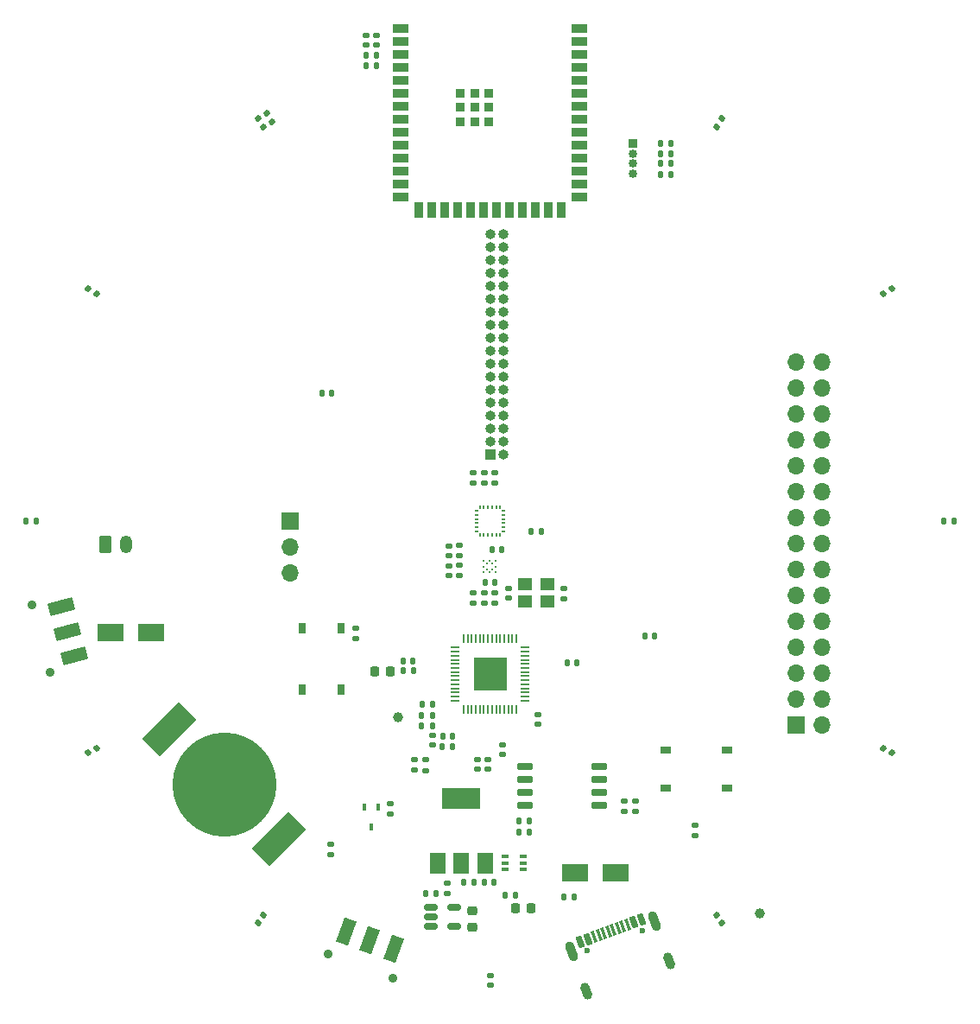
<source format=gbr>
%TF.GenerationSoftware,KiCad,Pcbnew,(6.0.8)*%
%TF.CreationDate,2022-10-25T22:06:49+02:00*%
%TF.ProjectId,Badge_v1,42616467-655f-4763-912e-6b696361645f,rev?*%
%TF.SameCoordinates,Original*%
%TF.FileFunction,Soldermask,Top*%
%TF.FilePolarity,Negative*%
%FSLAX46Y46*%
G04 Gerber Fmt 4.6, Leading zero omitted, Abs format (unit mm)*
G04 Created by KiCad (PCBNEW (6.0.8)) date 2022-10-25 22:06:49*
%MOMM*%
%LPD*%
G01*
G04 APERTURE LIST*
G04 Aperture macros list*
%AMRoundRect*
0 Rectangle with rounded corners*
0 $1 Rounding radius*
0 $2 $3 $4 $5 $6 $7 $8 $9 X,Y pos of 4 corners*
0 Add a 4 corners polygon primitive as box body*
4,1,4,$2,$3,$4,$5,$6,$7,$8,$9,$2,$3,0*
0 Add four circle primitives for the rounded corners*
1,1,$1+$1,$2,$3*
1,1,$1+$1,$4,$5*
1,1,$1+$1,$6,$7*
1,1,$1+$1,$8,$9*
0 Add four rect primitives between the rounded corners*
20,1,$1+$1,$2,$3,$4,$5,0*
20,1,$1+$1,$4,$5,$6,$7,0*
20,1,$1+$1,$6,$7,$8,$9,0*
20,1,$1+$1,$8,$9,$2,$3,0*%
%AMHorizOval*
0 Thick line with rounded ends*
0 $1 width*
0 $2 $3 position (X,Y) of the first rounded end (center of the circle)*
0 $4 $5 position (X,Y) of the second rounded end (center of the circle)*
0 Add line between two ends*
20,1,$1,$2,$3,$4,$5,0*
0 Add two circle primitives to create the rounded ends*
1,1,$1,$2,$3*
1,1,$1,$4,$5*%
%AMRotRect*
0 Rectangle, with rotation*
0 The origin of the aperture is its center*
0 $1 length*
0 $2 width*
0 $3 Rotation angle, in degrees counterclockwise*
0 Add horizontal line*
21,1,$1,$2,0,0,$3*%
%AMFreePoly0*
4,1,6,0.175000,0.019000,0.175000,-0.100000,-0.175000,-0.100000,-0.175000,0.100000,0.094000,0.100000,0.175000,0.019000,0.175000,0.019000,$1*%
%AMFreePoly1*
4,1,6,0.175000,-0.019000,0.094000,-0.100000,-0.175000,-0.100000,-0.175000,0.100000,0.175000,0.100000,0.175000,-0.019000,0.175000,-0.019000,$1*%
%AMFreePoly2*
4,1,6,0.100000,-0.175000,-0.100000,-0.175000,-0.100000,0.094000,-0.019000,0.175000,0.100000,0.175000,0.100000,-0.175000,0.100000,-0.175000,$1*%
%AMFreePoly3*
4,1,6,0.100000,0.094000,0.100000,-0.175000,-0.100000,-0.175000,-0.100000,0.175000,0.019000,0.175000,0.100000,0.094000,0.100000,0.094000,$1*%
%AMFreePoly4*
4,1,6,0.175000,-0.100000,-0.094000,-0.100000,-0.175000,-0.019000,-0.175000,0.100000,0.175000,0.100000,0.175000,-0.100000,0.175000,-0.100000,$1*%
%AMFreePoly5*
4,1,6,0.175000,-0.100000,-0.175000,-0.100000,-0.175000,0.019000,-0.094000,0.100000,0.175000,0.100000,0.175000,-0.100000,0.175000,-0.100000,$1*%
%AMFreePoly6*
4,1,6,0.100000,-0.094000,0.019000,-0.175000,-0.100000,-0.175000,-0.100000,0.175000,0.100000,0.175000,0.100000,-0.094000,0.100000,-0.094000,$1*%
%AMFreePoly7*
4,1,6,0.100000,-0.175000,-0.019000,-0.175000,-0.100000,-0.094000,-0.100000,0.175000,0.100000,0.175000,0.100000,-0.175000,0.100000,-0.175000,$1*%
G04 Aperture macros list end*
%ADD10RoundRect,0.140000X-0.140000X-0.170000X0.140000X-0.170000X0.140000X0.170000X-0.140000X0.170000X0*%
%ADD11C,0.600000*%
%ADD12RotRect,0.600000X1.160000X20.000000*%
%ADD13RotRect,0.300000X1.160000X200.000000*%
%ADD14HorizOval,0.900000X-0.188111X0.516831X0.188111X-0.516831X0*%
%ADD15HorizOval,0.900000X-0.136808X0.375877X0.136808X-0.375877X0*%
%ADD16RoundRect,0.135000X0.135000X0.185000X-0.135000X0.185000X-0.135000X-0.185000X0.135000X-0.185000X0*%
%ADD17RoundRect,0.135000X0.185000X-0.135000X0.185000X0.135000X-0.185000X0.135000X-0.185000X-0.135000X0*%
%ADD18R,1.700000X1.700000*%
%ADD19O,1.700000X1.700000*%
%ADD20RoundRect,0.140000X0.206244X0.077224X-0.036244X0.217224X-0.206244X-0.077224X0.036244X-0.217224X0*%
%ADD21RoundRect,0.140000X-0.170000X0.140000X-0.170000X-0.140000X0.170000X-0.140000X0.170000X0.140000X0*%
%ADD22RoundRect,0.140000X0.140000X0.170000X-0.140000X0.170000X-0.140000X-0.170000X0.140000X-0.170000X0*%
%ADD23RoundRect,0.140000X-0.217224X0.036244X-0.077224X-0.206244X0.217224X-0.036244X0.077224X0.206244X0*%
%ADD24RoundRect,0.050000X0.387500X0.050000X-0.387500X0.050000X-0.387500X-0.050000X0.387500X-0.050000X0*%
%ADD25RoundRect,0.050000X0.050000X0.387500X-0.050000X0.387500X-0.050000X-0.387500X0.050000X-0.387500X0*%
%ADD26R,3.200000X3.200000*%
%ADD27FreePoly0,0.000000*%
%ADD28R,0.350000X0.200000*%
%ADD29FreePoly1,0.000000*%
%ADD30FreePoly2,0.000000*%
%ADD31R,0.200000X0.350000*%
%ADD32FreePoly3,0.000000*%
%ADD33FreePoly4,0.000000*%
%ADD34FreePoly5,0.000000*%
%ADD35FreePoly6,0.000000*%
%ADD36FreePoly7,0.000000*%
%ADD37RoundRect,0.135000X-0.185000X0.135000X-0.185000X-0.135000X0.185000X-0.135000X0.185000X0.135000X0*%
%ADD38RoundRect,0.135000X-0.135000X-0.185000X0.135000X-0.185000X0.135000X0.185000X-0.135000X0.185000X0*%
%ADD39RoundRect,0.218750X-0.218750X-0.256250X0.218750X-0.256250X0.218750X0.256250X-0.218750X0.256250X0*%
%ADD40RotRect,2.500000X5.100000X315.000000*%
%ADD41C,10.200000*%
%ADD42C,0.212500*%
%ADD43RoundRect,0.218750X0.218750X0.256250X-0.218750X0.256250X-0.218750X-0.256250X0.218750X-0.256250X0*%
%ADD44RoundRect,0.140000X-0.036244X-0.217224X0.206244X-0.077224X0.036244X0.217224X-0.206244X0.077224X0*%
%ADD45RoundRect,0.140000X-0.206244X-0.077224X0.036244X-0.217224X0.206244X0.077224X-0.036244X0.217224X0*%
%ADD46R,0.750000X1.000000*%
%ADD47RoundRect,0.140000X0.036244X0.217224X-0.206244X0.077224X-0.036244X-0.217224X0.206244X-0.077224X0*%
%ADD48RoundRect,0.250000X-0.350000X-0.625000X0.350000X-0.625000X0.350000X0.625000X-0.350000X0.625000X0*%
%ADD49O,1.200000X1.750000*%
%ADD50RoundRect,0.140000X0.170000X-0.140000X0.170000X0.140000X-0.170000X0.140000X-0.170000X-0.140000X0*%
%ADD51R,1.000000X1.000000*%
%ADD52O,1.000000X1.000000*%
%ADD53R,1.400000X1.200000*%
%ADD54C,1.000000*%
%ADD55R,1.500000X0.900000*%
%ADD56R,0.900000X1.500000*%
%ADD57R,0.900000X0.900000*%
%ADD58R,2.500000X1.800000*%
%ADD59RoundRect,0.150000X-0.512500X-0.150000X0.512500X-0.150000X0.512500X0.150000X-0.512500X0.150000X0*%
%ADD60R,0.850000X0.850000*%
%ADD61O,0.850000X0.850000*%
%ADD62RoundRect,0.140000X0.077224X-0.206244X0.217224X0.036244X-0.077224X0.206244X-0.217224X-0.036244X0*%
%ADD63RoundRect,0.140000X0.217224X-0.036244X0.077224X0.206244X-0.217224X0.036244X-0.077224X-0.206244X0*%
%ADD64R,1.500000X2.000000*%
%ADD65R,3.800000X2.000000*%
%ADD66R,0.660400X0.406400*%
%ADD67RoundRect,0.140000X-0.077224X0.206244X-0.217224X-0.036244X0.077224X-0.206244X0.217224X0.036244X0*%
%ADD68RoundRect,0.150000X0.650000X0.150000X-0.650000X0.150000X-0.650000X-0.150000X0.650000X-0.150000X0*%
%ADD69RoundRect,0.218750X-0.256250X0.218750X-0.256250X-0.218750X0.256250X-0.218750X0.256250X0.218750X0*%
%ADD70C,0.900000*%
%ADD71RotRect,1.250000X2.500000X340.000000*%
%ADD72R,1.000000X0.750000*%
%ADD73RotRect,1.250000X2.500000X285.000000*%
%ADD74R,0.450000X0.700000*%
G04 APERTURE END LIST*
D10*
%TO.C,C16*%
X93380000Y-117990000D03*
X94340000Y-117990000D03*
%TD*%
%TO.C,C26*%
X99530000Y-106040000D03*
X100490000Y-106040000D03*
%TD*%
D11*
%TO.C,P1*%
X114939782Y-140136776D03*
X109508359Y-142113653D03*
D12*
X108854513Y-141223605D03*
X109606267Y-140949989D03*
D13*
X110686914Y-140556666D03*
X111626606Y-140214646D03*
X112096453Y-140043635D03*
X113036145Y-139701615D03*
D12*
X114116792Y-139308292D03*
X114868546Y-139034676D03*
X114868546Y-139034676D03*
X114116792Y-139308292D03*
D13*
X113505992Y-139530605D03*
X112566299Y-139872625D03*
X111156760Y-140385656D03*
X110217067Y-140727676D03*
D12*
X109606267Y-140949989D03*
X108854513Y-141223605D03*
D14*
X108000429Y-142151689D03*
X116119373Y-139196635D03*
D15*
X109426653Y-146070207D03*
X117545597Y-143115153D03*
%TD*%
D10*
%TO.C,C22*%
X100190000Y-102780000D03*
X101150000Y-102780000D03*
%TD*%
D16*
%TO.C,R20*%
X94330000Y-120050000D03*
X93310000Y-120050000D03*
%TD*%
D17*
%TO.C,R17*%
X93730000Y-124440000D03*
X93730000Y-123420000D03*
%TD*%
D18*
%TO.C,J3*%
X80435000Y-100000000D03*
D19*
X80435000Y-102540000D03*
X80435000Y-105080000D03*
%TD*%
D20*
%TO.C,C38*%
X139415692Y-122740000D03*
X138584308Y-122260000D03*
%TD*%
D21*
%TO.C,C10*%
X94330000Y-121020000D03*
X94330000Y-121980000D03*
%TD*%
D22*
%TO.C,C39*%
X145480000Y-100000000D03*
X144520000Y-100000000D03*
%TD*%
D16*
%TO.C,R6*%
X92480000Y-114690000D03*
X91460000Y-114690000D03*
%TD*%
D23*
%TO.C,C30*%
X78150000Y-60074308D03*
X78630000Y-60905692D03*
%TD*%
D24*
%TO.C,U4*%
X103437500Y-117600000D03*
X103437500Y-117200000D03*
X103437500Y-116800000D03*
X103437500Y-116400000D03*
X103437500Y-116000000D03*
X103437500Y-115600000D03*
X103437500Y-115200000D03*
X103437500Y-114800000D03*
X103437500Y-114400000D03*
X103437500Y-114000000D03*
X103437500Y-113600000D03*
X103437500Y-113200000D03*
X103437500Y-112800000D03*
X103437500Y-112400000D03*
D25*
X102600000Y-111562500D03*
X102200000Y-111562500D03*
X101800000Y-111562500D03*
X101400000Y-111562500D03*
X101000000Y-111562500D03*
X100600000Y-111562500D03*
X100200000Y-111562500D03*
X99800000Y-111562500D03*
X99400000Y-111562500D03*
X99000000Y-111562500D03*
X98600000Y-111562500D03*
X98200000Y-111562500D03*
X97800000Y-111562500D03*
X97400000Y-111562500D03*
D24*
X96562500Y-112400000D03*
X96562500Y-112800000D03*
X96562500Y-113200000D03*
X96562500Y-113600000D03*
X96562500Y-114000000D03*
X96562500Y-114400000D03*
X96562500Y-114800000D03*
X96562500Y-115200000D03*
X96562500Y-115600000D03*
X96562500Y-116000000D03*
X96562500Y-116400000D03*
X96562500Y-116800000D03*
X96562500Y-117200000D03*
X96562500Y-117600000D03*
D25*
X97400000Y-118437500D03*
X97800000Y-118437500D03*
X98200000Y-118437500D03*
X98600000Y-118437500D03*
X99000000Y-118437500D03*
X99400000Y-118437500D03*
X99800000Y-118437500D03*
X100200000Y-118437500D03*
X100600000Y-118437500D03*
X101000000Y-118437500D03*
X101400000Y-118437500D03*
X101800000Y-118437500D03*
X102200000Y-118437500D03*
X102600000Y-118437500D03*
D26*
X100000000Y-115000000D03*
%TD*%
D10*
%TO.C,C33*%
X54520000Y-100000000D03*
X55480000Y-100000000D03*
%TD*%
D27*
%TO.C,U5*%
X98665000Y-99000000D03*
D28*
X98665000Y-99400000D03*
X98665000Y-99800000D03*
X98665000Y-100200000D03*
X98665000Y-100600000D03*
D29*
X98665000Y-101000000D03*
D30*
X99000000Y-101335000D03*
D31*
X99400000Y-101335000D03*
X99800000Y-101335000D03*
X100200000Y-101335000D03*
X100600000Y-101335000D03*
D32*
X101000000Y-101335000D03*
D33*
X101335000Y-101000000D03*
D28*
X101335000Y-100600000D03*
X101335000Y-100200000D03*
X101335000Y-99800000D03*
X101335000Y-99400000D03*
D34*
X101335000Y-99000000D03*
D35*
X101000000Y-98665000D03*
D31*
X100600000Y-98665000D03*
X100200000Y-98665000D03*
X99800000Y-98665000D03*
X99400000Y-98665000D03*
D36*
X99000000Y-98665000D03*
%TD*%
D37*
%TO.C,R15*%
X90230000Y-127710000D03*
X90230000Y-128730000D03*
%TD*%
D38*
%TO.C,R9*%
X116750000Y-63990000D03*
X117770000Y-63990000D03*
%TD*%
%TO.C,R19*%
X93310000Y-119020000D03*
X94330000Y-119020000D03*
%TD*%
D22*
%TO.C,C14*%
X108520000Y-113860000D03*
X107560000Y-113860000D03*
%TD*%
D39*
%TO.C,LED2*%
X88687500Y-114775000D03*
X90262500Y-114775000D03*
%TD*%
D40*
%TO.C,BT1*%
X79324012Y-131204012D03*
X68575988Y-120455988D03*
D41*
X73950000Y-125830000D03*
%TD*%
D37*
%TO.C,R24*%
X100450000Y-95280000D03*
X100450000Y-96300000D03*
%TD*%
D42*
%TO.C,U6*%
X99399000Y-103899000D03*
X99965000Y-103899000D03*
X100531000Y-103899000D03*
X99682000Y-104182000D03*
X100248000Y-104182000D03*
X99399000Y-104465000D03*
X100531000Y-104465000D03*
X99682000Y-104748000D03*
X100248000Y-104748000D03*
X99399000Y-105031000D03*
X99965000Y-105031000D03*
X100531000Y-105031000D03*
%TD*%
D43*
%TO.C,LED3*%
X104037500Y-137980000D03*
X102462500Y-137980000D03*
%TD*%
D44*
%TO.C,C34*%
X60584308Y-122740000D03*
X61415692Y-122260000D03*
%TD*%
D45*
%TO.C,C32*%
X60584308Y-77260000D03*
X61415692Y-77740000D03*
%TD*%
D46*
%TO.C,SW2*%
X85365000Y-110480000D03*
X85365000Y-116480000D03*
X81615000Y-116480000D03*
X81615000Y-110480000D03*
%TD*%
D16*
%TO.C,R4*%
X94720000Y-136480000D03*
X93700000Y-136480000D03*
%TD*%
D47*
%TO.C,C40*%
X139415692Y-77260000D03*
X138584308Y-77740000D03*
%TD*%
D22*
%TO.C,C19*%
X84480000Y-87440000D03*
X83520000Y-87440000D03*
%TD*%
D48*
%TO.C,J1*%
X62320000Y-102320000D03*
D49*
X64320000Y-102320000D03*
%TD*%
D37*
%TO.C,R22*%
X98390000Y-95280000D03*
X98390000Y-96300000D03*
%TD*%
D10*
%TO.C,C2*%
X102850000Y-129410000D03*
X103810000Y-129410000D03*
%TD*%
D50*
%TO.C,C15*%
X104680000Y-119930000D03*
X104680000Y-118970000D03*
%TD*%
D51*
%TO.C,J5*%
X100000000Y-93520000D03*
D52*
X101270000Y-93520000D03*
X100000000Y-92250000D03*
X101270000Y-92250000D03*
X100000000Y-90980000D03*
X101270000Y-90980000D03*
X100000000Y-89710000D03*
X101270000Y-89710000D03*
X100000000Y-88440000D03*
X101270000Y-88440000D03*
X100000000Y-87170000D03*
X101270000Y-87170000D03*
X100000000Y-85900000D03*
X101270000Y-85900000D03*
X100000000Y-84630000D03*
X101270000Y-84630000D03*
X100000000Y-83360000D03*
X101270000Y-83360000D03*
X100000000Y-82090000D03*
X101270000Y-82090000D03*
X100000000Y-80820000D03*
X101270000Y-80820000D03*
X100000000Y-79550000D03*
X101270000Y-79550000D03*
X100000000Y-78280000D03*
X101270000Y-78280000D03*
X100000000Y-77010000D03*
X101270000Y-77010000D03*
X100000000Y-75740000D03*
X101270000Y-75740000D03*
X100000000Y-74470000D03*
X101270000Y-74470000D03*
X100000000Y-73200000D03*
X101270000Y-73200000D03*
X100000000Y-71930000D03*
X101270000Y-71930000D03*
%TD*%
D50*
%TO.C,C17*%
X98790000Y-124350000D03*
X98790000Y-123390000D03*
%TD*%
D38*
%TO.C,R8*%
X116750000Y-62980000D03*
X117770000Y-62980000D03*
%TD*%
D23*
%TO.C,C31*%
X77260000Y-60584308D03*
X77740000Y-61415692D03*
%TD*%
D50*
%TO.C,C29*%
X88840000Y-53380000D03*
X88840000Y-52420000D03*
%TD*%
D53*
%TO.C,Y1*%
X103410000Y-107900000D03*
X105610000Y-107900000D03*
X105610000Y-106200000D03*
X103410000Y-106200000D03*
%TD*%
D16*
%TO.C,R16*%
X103850000Y-130510000D03*
X102830000Y-130510000D03*
%TD*%
D38*
%TO.C,R14*%
X116740000Y-66020000D03*
X117760000Y-66020000D03*
%TD*%
D54*
%TO.C,TP2*%
X90970000Y-119260000D03*
%TD*%
%TO.C,TP1*%
X126490000Y-138470000D03*
%TD*%
D55*
%TO.C,U7*%
X91250000Y-51740000D03*
X91250000Y-53010000D03*
X91250000Y-54280000D03*
X91250000Y-55550000D03*
X91250000Y-56820000D03*
X91250000Y-58090000D03*
X91250000Y-59360000D03*
X91250000Y-60630000D03*
X91250000Y-61900000D03*
X91250000Y-63170000D03*
X91250000Y-64440000D03*
X91250000Y-65710000D03*
X91250000Y-66980000D03*
X91250000Y-68250000D03*
D56*
X93015000Y-69500000D03*
X94285000Y-69500000D03*
X95555000Y-69500000D03*
X96825000Y-69500000D03*
X98095000Y-69500000D03*
X99365000Y-69500000D03*
X100635000Y-69500000D03*
X101905000Y-69500000D03*
X103175000Y-69500000D03*
X104445000Y-69500000D03*
X105715000Y-69500000D03*
X106985000Y-69500000D03*
D55*
X108750000Y-68250000D03*
X108750000Y-66980000D03*
X108750000Y-65710000D03*
X108750000Y-64440000D03*
X108750000Y-63170000D03*
X108750000Y-61900000D03*
X108750000Y-60630000D03*
X108750000Y-59360000D03*
X108750000Y-58090000D03*
X108750000Y-56820000D03*
X108750000Y-55550000D03*
X108750000Y-54280000D03*
X108750000Y-53010000D03*
X108750000Y-51740000D03*
D57*
X97100000Y-59460000D03*
X99900000Y-59460000D03*
X99900000Y-60860000D03*
X98500000Y-60860000D03*
X99900000Y-58060000D03*
X98500000Y-59460000D03*
X97100000Y-58060000D03*
X97100000Y-60860000D03*
X98500000Y-58060000D03*
%TD*%
D58*
%TO.C,D16*%
X66770000Y-110920000D03*
X62770000Y-110920000D03*
%TD*%
D59*
%TO.C,U2*%
X94172500Y-137860000D03*
X94172500Y-138810000D03*
X94172500Y-139760000D03*
X96447500Y-139760000D03*
X96447500Y-137860000D03*
%TD*%
D10*
%TO.C,C1*%
X107260000Y-136880000D03*
X108220000Y-136880000D03*
%TD*%
D60*
%TO.C,J2*%
X114000000Y-63000000D03*
D61*
X114000000Y-64000000D03*
X114000000Y-65000000D03*
X114000000Y-66000000D03*
%TD*%
D21*
%TO.C,C13*%
X99410000Y-107080000D03*
X99410000Y-108040000D03*
%TD*%
D38*
%TO.C,R25*%
X87830000Y-54370000D03*
X88850000Y-54370000D03*
%TD*%
D21*
%TO.C,C24*%
X97020000Y-104370000D03*
X97020000Y-105330000D03*
%TD*%
D38*
%TO.C,R11*%
X101450000Y-136630000D03*
X102470000Y-136630000D03*
%TD*%
D22*
%TO.C,C6*%
X98400000Y-135400000D03*
X97440000Y-135400000D03*
%TD*%
D58*
%TO.C,D15*%
X108300000Y-134500000D03*
X112300000Y-134500000D03*
%TD*%
D62*
%TO.C,C35*%
X77260000Y-139415692D03*
X77740000Y-138584308D03*
%TD*%
D50*
%TO.C,C18*%
X99820000Y-124350000D03*
X99820000Y-123390000D03*
%TD*%
D63*
%TO.C,C37*%
X122740000Y-139415692D03*
X122260000Y-138584308D03*
%TD*%
D10*
%TO.C,C12*%
X91490000Y-113690000D03*
X92450000Y-113690000D03*
%TD*%
D50*
%TO.C,C36*%
X100000000Y-145480000D03*
X100000000Y-144520000D03*
%TD*%
%TO.C,C28*%
X87840000Y-53380000D03*
X87840000Y-52420000D03*
%TD*%
D64*
%TO.C,U3*%
X94900000Y-133520000D03*
X97200000Y-133520000D03*
D65*
X97200000Y-127220000D03*
D64*
X99500000Y-133520000D03*
%TD*%
D37*
%TO.C,R5*%
X95820000Y-135520000D03*
X95820000Y-136540000D03*
%TD*%
D22*
%TO.C,C21*%
X105000000Y-101000000D03*
X104040000Y-101000000D03*
%TD*%
D17*
%TO.C,R3*%
X113190000Y-128440000D03*
X113190000Y-127420000D03*
%TD*%
D50*
%TO.C,C8*%
X98350000Y-108040000D03*
X98350000Y-107080000D03*
%TD*%
D10*
%TO.C,C5*%
X99410000Y-135400000D03*
X100370000Y-135400000D03*
%TD*%
D50*
%TO.C,C9*%
X101210000Y-122890000D03*
X101210000Y-121930000D03*
%TD*%
D22*
%TO.C,C7*%
X96300000Y-122150000D03*
X95340000Y-122150000D03*
%TD*%
D66*
%TO.C,Q1*%
X103252650Y-134160400D03*
X103252650Y-133500000D03*
X103252650Y-132839600D03*
X101449250Y-132839600D03*
X101449250Y-133500000D03*
X101449250Y-134160400D03*
%TD*%
D67*
%TO.C,C41*%
X122740000Y-60584308D03*
X122260000Y-61415692D03*
%TD*%
D21*
%TO.C,C23*%
X95990000Y-104380000D03*
X95990000Y-105340000D03*
%TD*%
%TO.C,C4*%
X101800000Y-106580000D03*
X101800000Y-107540000D03*
%TD*%
D37*
%TO.C,R2*%
X86860000Y-110490000D03*
X86860000Y-111510000D03*
%TD*%
%TO.C,R13*%
X120070000Y-129840000D03*
X120070000Y-130860000D03*
%TD*%
D68*
%TO.C,U1*%
X110670000Y-127905000D03*
X110670000Y-126635000D03*
X110670000Y-125365000D03*
X110670000Y-124095000D03*
X103470000Y-124095000D03*
X103470000Y-125365000D03*
X103470000Y-126635000D03*
X103470000Y-127905000D03*
%TD*%
D38*
%TO.C,R12*%
X116740000Y-65000000D03*
X117760000Y-65000000D03*
%TD*%
D69*
%TO.C,LED1*%
X98260000Y-138212500D03*
X98260000Y-139787500D03*
%TD*%
D70*
%TO.C,SW3*%
X84085045Y-142467132D03*
X90474955Y-144792868D03*
D71*
X85871324Y-140190795D03*
X88220555Y-141045845D03*
X90569787Y-141900896D03*
%TD*%
D17*
%TO.C,R1*%
X114280000Y-128440000D03*
X114280000Y-127420000D03*
%TD*%
%TO.C,R23*%
X97010000Y-103430000D03*
X97010000Y-102410000D03*
%TD*%
D22*
%TO.C,C11*%
X96310000Y-121070000D03*
X95350000Y-121070000D03*
%TD*%
D72*
%TO.C,SW1*%
X117200000Y-122445000D03*
X123200000Y-122445000D03*
X123200000Y-126195000D03*
X117200000Y-126195000D03*
%TD*%
D21*
%TO.C,C25*%
X95990000Y-102460000D03*
X95990000Y-103420000D03*
%TD*%
D37*
%TO.C,R21*%
X99420000Y-95280000D03*
X99420000Y-96300000D03*
%TD*%
%TO.C,R7*%
X100490000Y-107050000D03*
X100490000Y-108070000D03*
%TD*%
D22*
%TO.C,C20*%
X116120000Y-111290000D03*
X115160000Y-111290000D03*
%TD*%
D18*
%TO.C,J4*%
X130000000Y-120000000D03*
D19*
X132540000Y-120000000D03*
X130000000Y-117460000D03*
X132540000Y-117460000D03*
X130000000Y-114920000D03*
X132540000Y-114920000D03*
X130000000Y-112380000D03*
X132540000Y-112380000D03*
X130000000Y-109840000D03*
X132540000Y-109840000D03*
X130000000Y-107300000D03*
X132540000Y-107300000D03*
X130000000Y-104760000D03*
X132540000Y-104760000D03*
X130000000Y-102220000D03*
X132540000Y-102220000D03*
X130000000Y-99680000D03*
X132540000Y-99680000D03*
X130000000Y-97140000D03*
X132540000Y-97140000D03*
X130000000Y-94600000D03*
X132540000Y-94600000D03*
X130000000Y-92060000D03*
X132540000Y-92060000D03*
X130000000Y-89520000D03*
X132540000Y-89520000D03*
X130000000Y-86980000D03*
X132540000Y-86980000D03*
X130000000Y-84440000D03*
X132540000Y-84440000D03*
%TD*%
D37*
%TO.C,R18*%
X92620000Y-123410000D03*
X92620000Y-124430000D03*
%TD*%
D50*
%TO.C,C3*%
X107240000Y-107590000D03*
X107240000Y-106630000D03*
%TD*%
D70*
%TO.C,SW4*%
X56819985Y-114814148D03*
X55060015Y-108245852D03*
D73*
X57949248Y-108403433D03*
X58596296Y-110818248D03*
X59243344Y-113233062D03*
%TD*%
D74*
%TO.C,Q2*%
X89000000Y-128000000D03*
X87700000Y-128000000D03*
X88350000Y-130000000D03*
%TD*%
D17*
%TO.C,R10*%
X84400000Y-132660000D03*
X84400000Y-131640000D03*
%TD*%
D10*
%TO.C,C27*%
X87870000Y-55400000D03*
X88830000Y-55400000D03*
%TD*%
M02*

</source>
